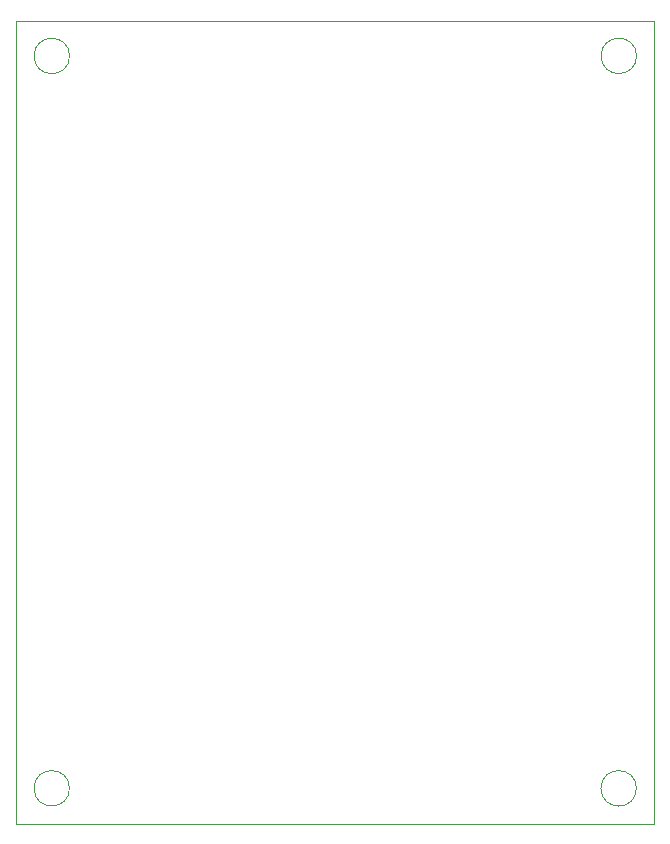
<source format=gbr>
G04 #@! TF.GenerationSoftware,KiCad,Pcbnew,5.1.5-52549c5~86~ubuntu18.04.1*
G04 #@! TF.CreationDate,2020-05-18T11:22:32+07:00*
G04 #@! TF.ProjectId,openSTM32F4_LQFP64,6f70656e-5354-44d3-9332-46345f4c5146,rev?*
G04 #@! TF.SameCoordinates,Original*
G04 #@! TF.FileFunction,Profile,NP*
%FSLAX46Y46*%
G04 Gerber Fmt 4.6, Leading zero omitted, Abs format (unit mm)*
G04 Created by KiCad (PCBNEW 5.1.5-52549c5~86~ubuntu18.04.1) date 2020-05-18 11:22:32*
%MOMM*%
%LPD*%
G04 APERTURE LIST*
%ADD10C,0.050000*%
G04 APERTURE END LIST*
D10*
X192270640Y-106619040D02*
G75*
G03X192270640Y-106619040I-1500000J0D01*
G01*
X192280800Y-44607480D02*
G75*
G03X192280800Y-44607480I-1500000J0D01*
G01*
X144273400Y-44611160D02*
G75*
G03X144273400Y-44611160I-1500000J0D01*
G01*
X139766040Y-109606080D02*
X193776600Y-109606080D01*
X139766040Y-41615360D02*
X139766040Y-109606080D01*
X144268320Y-106613960D02*
G75*
G03X144268320Y-106613960I-1500000J0D01*
G01*
X193776600Y-41615360D02*
X193776600Y-109606080D01*
X139766040Y-41615360D02*
X193776600Y-41615360D01*
M02*

</source>
